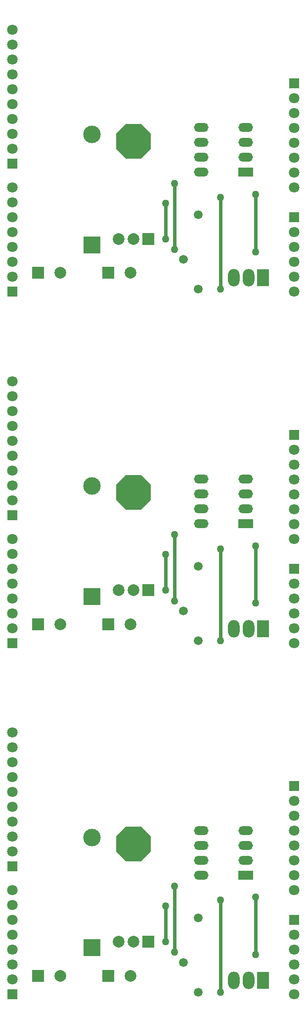
<source format=gbl>
G04 Layer_Physical_Order=2*
G04 Layer_Color=16711680*
%FSLAX44Y44*%
%MOMM*%
G71*
G01*
G75*
%ADD19C,0.6000*%
%ADD21C,3.0000*%
%ADD22R,3.0000X3.0000*%
%ADD23C,1.5000*%
%ADD24C,2.0000*%
%ADD25R,2.0000X2.0000*%
%ADD26P,6.4944X8X202.5*%
%ADD27C,1.8000*%
%ADD28R,1.8000X1.8000*%
%ADD29R,2.0000X3.0000*%
%ADD30O,2.0000X3.0000*%
%ADD31R,2.5000X1.5000*%
%ADD32O,2.5000X1.5000*%
%ADD33C,1.2700*%
%ADD34C,0.8000*%
D19*
X2507469Y319000D02*
Y380000D01*
X2661469Y297000D02*
Y395000D01*
X2601469Y233000D02*
Y390000D01*
X2522469Y301000D02*
Y414000D01*
X2507469Y919000D02*
Y980000D01*
X2661469Y897000D02*
Y995000D01*
X2601469Y833000D02*
Y990000D01*
X2522469Y901000D02*
Y1014000D01*
X2507469Y1519000D02*
Y1580000D01*
X2661469Y1497000D02*
Y1595000D01*
X2601469Y1433000D02*
Y1590000D01*
X2522469Y1501000D02*
Y1614000D01*
D21*
X2381469Y497191D02*
D03*
Y1097191D02*
D03*
Y1697191D02*
D03*
D22*
Y308809D02*
D03*
Y908809D02*
D03*
Y1508809D02*
D03*
D23*
X2563469Y360000D02*
D03*
X2538069Y283800D02*
D03*
X2563469Y233000D02*
D03*
Y960000D02*
D03*
X2538069Y883800D02*
D03*
X2563469Y833000D02*
D03*
Y1560000D02*
D03*
X2538069Y1483800D02*
D03*
X2563469Y1433000D02*
D03*
D24*
X2447519Y261000D02*
D03*
X2327519D02*
D03*
X2427069Y319000D02*
D03*
X2452469D02*
D03*
X2447519Y861000D02*
D03*
X2327519D02*
D03*
X2427069Y919000D02*
D03*
X2452469D02*
D03*
X2447519Y1461000D02*
D03*
X2327519D02*
D03*
X2427069Y1519000D02*
D03*
X2452469D02*
D03*
D25*
X2409419Y261000D02*
D03*
X2289419D02*
D03*
X2477869Y319000D02*
D03*
X2409419Y861000D02*
D03*
X2289419D02*
D03*
X2477869Y919000D02*
D03*
X2409419Y1461000D02*
D03*
X2289419D02*
D03*
X2477869Y1519000D02*
D03*
D26*
X2452469Y486000D02*
D03*
Y1086000D02*
D03*
Y1686000D02*
D03*
D27*
X2728069Y229200D02*
D03*
Y254600D02*
D03*
Y280000D02*
D03*
Y305400D02*
D03*
Y330800D02*
D03*
X2245469Y254600D02*
D03*
Y280000D02*
D03*
Y305400D02*
D03*
Y330800D02*
D03*
Y356200D02*
D03*
Y381600D02*
D03*
Y407000D02*
D03*
X2728069Y559400D02*
D03*
Y534000D02*
D03*
Y508600D02*
D03*
Y483200D02*
D03*
Y457800D02*
D03*
Y432400D02*
D03*
Y407000D02*
D03*
X2245469Y473040D02*
D03*
Y498440D02*
D03*
Y523840D02*
D03*
Y549240D02*
D03*
Y574640D02*
D03*
Y600040D02*
D03*
Y625440D02*
D03*
Y676240D02*
D03*
Y650840D02*
D03*
X2728069Y829200D02*
D03*
Y854600D02*
D03*
Y880000D02*
D03*
Y905400D02*
D03*
Y930800D02*
D03*
X2245469Y854600D02*
D03*
Y880000D02*
D03*
Y905400D02*
D03*
Y930800D02*
D03*
Y956200D02*
D03*
Y981600D02*
D03*
Y1007000D02*
D03*
X2728069Y1159400D02*
D03*
Y1134000D02*
D03*
Y1108600D02*
D03*
Y1083200D02*
D03*
Y1057800D02*
D03*
Y1032400D02*
D03*
Y1007000D02*
D03*
X2245469Y1073040D02*
D03*
Y1098440D02*
D03*
Y1123840D02*
D03*
Y1149240D02*
D03*
Y1174640D02*
D03*
Y1200040D02*
D03*
Y1225440D02*
D03*
Y1276240D02*
D03*
Y1250840D02*
D03*
X2728069Y1429200D02*
D03*
Y1454600D02*
D03*
Y1480000D02*
D03*
Y1505400D02*
D03*
Y1530800D02*
D03*
X2245469Y1454600D02*
D03*
Y1480000D02*
D03*
Y1505400D02*
D03*
Y1530800D02*
D03*
Y1556200D02*
D03*
Y1581600D02*
D03*
Y1607000D02*
D03*
X2728069Y1759400D02*
D03*
Y1734000D02*
D03*
Y1708600D02*
D03*
Y1683200D02*
D03*
Y1657800D02*
D03*
Y1632400D02*
D03*
Y1607000D02*
D03*
X2245469Y1673040D02*
D03*
Y1698440D02*
D03*
Y1723840D02*
D03*
Y1749240D02*
D03*
Y1774640D02*
D03*
Y1800040D02*
D03*
Y1825440D02*
D03*
Y1876240D02*
D03*
Y1850840D02*
D03*
D28*
X2728069Y356200D02*
D03*
X2245469Y229200D02*
D03*
X2728069Y584800D02*
D03*
X2245469Y447640D02*
D03*
X2728069Y956200D02*
D03*
X2245469Y829200D02*
D03*
X2728069Y1184800D02*
D03*
X2245469Y1047640D02*
D03*
X2728069Y1556200D02*
D03*
X2245469Y1429200D02*
D03*
X2728069Y1784800D02*
D03*
X2245469Y1647640D02*
D03*
D29*
X2674469Y253000D02*
D03*
Y853000D02*
D03*
Y1453000D02*
D03*
D30*
X2649469Y253000D02*
D03*
X2624469D02*
D03*
X2649469Y853000D02*
D03*
X2624469D02*
D03*
X2649469Y1453000D02*
D03*
X2624469D02*
D03*
D31*
X2644569Y432900D02*
D03*
Y1032900D02*
D03*
Y1632900D02*
D03*
D32*
Y458300D02*
D03*
Y483700D02*
D03*
Y509100D02*
D03*
X2568369Y432900D02*
D03*
Y458300D02*
D03*
Y483700D02*
D03*
Y509100D02*
D03*
X2644569Y1058300D02*
D03*
Y1083700D02*
D03*
Y1109100D02*
D03*
X2568369Y1032900D02*
D03*
Y1058300D02*
D03*
Y1083700D02*
D03*
Y1109100D02*
D03*
X2644569Y1658300D02*
D03*
Y1683700D02*
D03*
Y1709100D02*
D03*
X2568369Y1632900D02*
D03*
Y1658300D02*
D03*
Y1683700D02*
D03*
Y1709100D02*
D03*
D33*
X2522469Y301000D02*
D03*
X2507469Y380000D02*
D03*
Y319000D02*
D03*
X2661469Y395000D02*
D03*
Y297000D02*
D03*
X2601469Y390000D02*
D03*
Y233000D02*
D03*
X2522469Y414000D02*
D03*
Y901000D02*
D03*
X2507469Y980000D02*
D03*
Y919000D02*
D03*
X2661469Y995000D02*
D03*
Y897000D02*
D03*
X2601469Y990000D02*
D03*
Y833000D02*
D03*
X2522469Y1014000D02*
D03*
Y1501000D02*
D03*
X2507469Y1580000D02*
D03*
Y1519000D02*
D03*
X2661469Y1595000D02*
D03*
Y1497000D02*
D03*
X2601469Y1590000D02*
D03*
Y1433000D02*
D03*
X2522469Y1614000D02*
D03*
D34*
X2434969Y503500D02*
D03*
X2469969D02*
D03*
Y468500D02*
D03*
X2434969D02*
D03*
X2427719Y486000D02*
D03*
X2452469Y461250D02*
D03*
X2477219Y486000D02*
D03*
X2452469Y510750D02*
D03*
X2434969Y1103500D02*
D03*
X2469969D02*
D03*
Y1068500D02*
D03*
X2434969D02*
D03*
X2427719Y1086000D02*
D03*
X2452469Y1061250D02*
D03*
X2477219Y1086000D02*
D03*
X2452469Y1110750D02*
D03*
X2434969Y1703500D02*
D03*
X2469969D02*
D03*
Y1668500D02*
D03*
X2434969D02*
D03*
X2427719Y1686000D02*
D03*
X2452469Y1661250D02*
D03*
X2477219Y1686000D02*
D03*
X2452469Y1710750D02*
D03*
M02*

</source>
